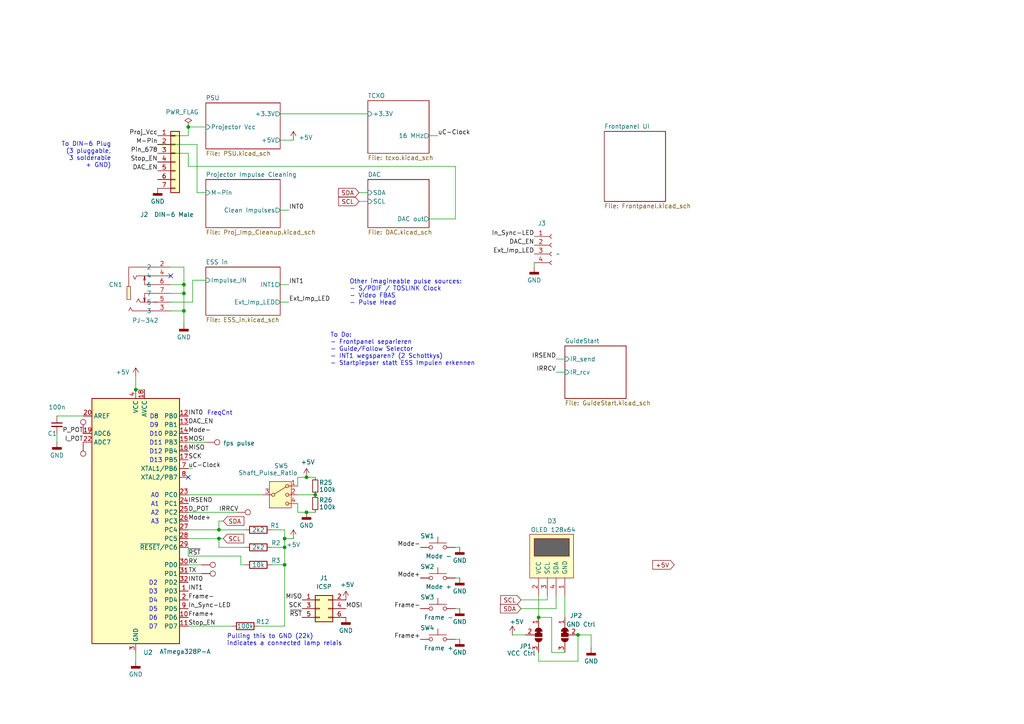
<source format=kicad_sch>
(kicad_sch (version 20231120) (generator "eeschema") (generator_version "8.0")
  (paper "A4")
  (lib_symbols
    (symbol "Connector:Conn_01x04_Socket" (pin_names (offset 1.016) hide)
      (property "Reference" "J" (at 0 5.08 0))
      (property "Value" "Conn_01x04_Socket" (at 0 -7.62 0))
      (symbol "Conn_01x04_Socket_1_1"
        (arc (start 0 -4.572) (mid -0.5058 -5.08) (end 0 -5.588) (stroke (width 0.1524)))
        (arc (start 0 -2.032) (mid -0.5058 -2.54) (end 0 -3.048) (stroke (width 0.1524)))
        (polyline (pts (xy -1.27 -5.08) (xy -0.508 -5.08)) (stroke (width 0.1524)))
        (polyline (pts (xy -1.27 -2.54) (xy -0.508 -2.54)) (stroke (width 0.1524)))
        (polyline (pts (xy -1.27 0) (xy -0.508 0)) (stroke (width 0.1524)))
        (polyline (pts (xy -1.27 2.54) (xy -0.508 2.54)) (stroke (width 0.1524)))
        (arc (start 0 0.508) (mid -0.5058 0) (end 0 -0.508) (stroke (width 0.1524)))
        (arc (start 0 3.048) (mid -0.5058 2.54) (end 0 2.032) (stroke (width 0.1524)))
        (pin passive line (at -5.08 2.54 0) (length 3.81) (name "Pin_1") (number "1"))
        (pin passive line (at -5.08 0 0) (length 3.81) (name "Pin_2") (number "2"))
        (pin passive line (at -5.08 -2.54 0) (length 3.81) (name "Pin_3") (number "3"))
        (pin passive line (at -5.08 -5.08 0) (length 3.81) (name "Pin_4") (number "4"))
      )
    )
    (symbol "Connector_Generic:Conn_01x07" (pin_names (offset 1.016) hide)
      (property "Reference" "J" (at 0 10.16 0))
      (property "Value" "Conn_01x07" (at 0 -10.16 0))
      (symbol "Conn_01x07_1_1"
        (rectangle (start -1.27 -7.493) (end 0 -7.747) (stroke (width 0.1524)))
        (rectangle (start -1.27 -4.953) (end 0 -5.207) (stroke (width 0.1524)))
        (rectangle (start -1.27 -2.413) (end 0 -2.667) (stroke (width 0.1524)))
        (rectangle (start -1.27 0.127) (end 0 -0.127) (stroke (width 0.1524)))
        (rectangle (start -1.27 2.667) (end 0 2.413) (stroke (width 0.1524)))
        (rectangle (start -1.27 5.207) (end 0 4.953) (stroke (width 0.1524)))
        (rectangle (start -1.27 7.747) (end 0 7.493) (stroke (width 0.1524)))
        (rectangle (start -1.27 8.89) (end 1.27 -8.89) (stroke (width 0.254)) (fill (type background)))
        (pin passive line (at -5.08 7.62 0) (length 3.81) (name "Pin_1") (number "1"))
        (pin passive line (at -5.08 5.08 0) (length 3.81) (name "Pin_2") (number "2"))
        (pin passive line (at -5.08 2.54 0) (length 3.81) (name "Pin_3") (number "3"))
        (pin passive line (at -5.08 0 0) (length 3.81) (name "Pin_4") (number "4"))
        (pin passive line (at -5.08 -2.54 0) (length 3.81) (name "Pin_5") (number "5"))
        (pin passive line (at -5.08 -5.08 0) (length 3.81) (name "Pin_6") (number "6"))
        (pin passive line (at -5.08 -7.62 0) (length 3.81) (name "Pin_7") (number "7"))
      )
    )
    (symbol "Connector_Generic:Conn_02x03_Odd_Even" (pin_names (offset 1.016) hide)
      (property "Reference" "J" (at 1.27 5.08 0))
      (property "Value" "Conn_02x03_Odd_Even" (at 1.27 -5.08 0))
      (symbol "Conn_02x03_Odd_Even_1_1"
        (rectangle (start -1.27 -2.413) (end 0 -2.667) (stroke (width 0.1524)))
        (rectangle (start -1.27 0.127) (end 0 -0.127) (stroke (width 0.1524)))
        (rectangle (start -1.27 2.667) (end 0 2.413) (stroke (width 0.1524)))
        (rectangle (start -1.27 3.81) (end 3.81 -3.81) (stroke (width 0.254)) (fill (type background)))
        (rectangle (start 3.81 -2.413) (end 2.54 -2.667) (stroke (width 0.1524)))
        (rectangle (start 3.81 0.127) (end 2.54 -0.127) (stroke (width 0.1524)))
        (rectangle (start 3.81 2.667) (end 2.54 2.413) (stroke (width 0.1524)))
        (pin passive line (at -5.08 2.54 0) (length 3.81) (name "Pin_1") (number "1"))
        (pin passive line (at 7.62 2.54 180) (length 3.81) (name "Pin_2") (number "2"))
        (pin passive line (at -5.08 0 0) (length 3.81) (name "Pin_3") (number "3"))
        (pin passive line (at 7.62 0 180) (length 3.81) (name "Pin_4") (number "4"))
        (pin passive line (at -5.08 -2.54 0) (length 3.81) (name "Pin_5") (number "5"))
        (pin passive line (at 7.62 -2.54 180) (length 3.81) (name "Pin_6") (number "6"))
      )
    )
    (symbol "Device:C_Small" (pin_numbers hide) (pin_names (offset 0.254) hide)
      (property "Reference" "C" (at 0.254 1.778 0))
      (property "Value" "C_Small" (at 0.254 -2.032 0))
      (symbol "C_Small_0_1"
        (polyline (pts (xy -1.524 -0.508) (xy 1.524 -0.508)) (stroke (width 0.3302)))
        (polyline (pts (xy -1.524 0.508) (xy 1.524 0.508)) (stroke (width 0.3048)))
      )
      (symbol "C_Small_1_1"
        (pin passive line (at 0 2.54 270) (length 2.032) (name "~") (number "1"))
        (pin passive line (at 0 -2.54 90) (length 2.032) (name "~") (number "2"))
      )
    )
    (symbol "Device:R" (pin_numbers hide) (pin_names (offset 0))
      (property "Reference" "R" (at 2.032 0 90))
      (property "Value" "R" (at 0 0 90))
      (symbol "R_0_1"
        (rectangle (start -1.016 -2.54) (end 1.016 2.54) (stroke (width 0.254)))
      )
      (symbol "R_1_1"
        (pin passive line (at 0 3.81 270) (length 1.27) (name "~") (number "1"))
        (pin passive line (at 0 -3.81 90) (length 1.27) (name "~") (number "2"))
      )
    )
    (symbol "Device:R_Small" (pin_numbers hide) (pin_names (offset 0.254) hide)
      (property "Reference" "R" (at 0.762 0.508 0))
      (property "Value" "R_Small" (at 0.762 -1.016 0))
      (symbol "R_Small_0_1"
        (rectangle (start -0.762 1.778) (end 0.762 -1.778) (stroke (width 0.2032)))
      )
      (symbol "R_Small_1_1"
        (pin passive line (at 0 2.54 270) (length 0.762) (name "~") (number "1"))
        (pin passive line (at 0 -2.54 90) (length 0.762) (name "~") (number "2"))
      )
    )
    (symbol "MCU_Microchip_ATmega:ATmega328P-A"
      (property "Reference" "U" (at -12.7 36.83 0))
      (property "Value" "ATmega328P-A" (at 2.54 -36.83 0))
      (symbol "ATmega328P-A_0_1"
        (rectangle (start -12.7 -35.56) (end 12.7 35.56) (stroke (width 0.254)) (fill (type background)))
      )
      (symbol "ATmega328P-A_1_1"
        (pin bidirectional line (at 15.24 -20.32 180) (length 2.54) (name "PD3") (number "1"))
        (pin bidirectional line (at 15.24 -27.94 180) (length 2.54) (name "PD6") (number "10"))
        (pin bidirectional line (at 15.24 -30.48 180) (length 2.54) (name "PD7") (number "11"))
        (pin bidirectional line (at 15.24 30.48 180) (length 2.54) (name "PB0") (number "12"))
        (pin bidirectional line (at 15.24 27.94 180) (length 2.54) (name "PB1") (number "13"))
        (pin bidirectional line (at 15.24 25.4 180) (length 2.54) (name "PB2") (number "14"))
        (pin bidirectional line (at 15.24 22.86 180) (length 2.54) (name "PB3") (number "15"))
        (pin bidirectional line (at 15.24 20.32 180) (length 2.54) (name "PB4") (number "16"))
        (pin bidirectional line (at 15.24 17.78 180) (length 2.54) (name "PB5") (number "17"))
        (pin power_in line (at 2.54 38.1 270) (length 2.54) (name "AVCC") (number "18"))
        (pin input line (at -15.24 25.4 0) (length 2.54) (name "ADC6") (number "19"))
        (pin bidirectional line (at 15.24 -22.86 180) (length 2.54) (name "PD4") (number "2"))
        (pin passive line (at -15.24 30.48 0) (length 2.54) (name "AREF") (number "20"))
        (pin passive line (at 0 -38.1 90) (length 2.54) hide (name "GND") (number "21"))
        (pin input line (at -15.24 22.86 0) (length 2.54) (name "ADC7") (number "22"))
        (pin bidirectional line (at 15.24 7.62 180) (length 2.54) (name "PC0") (number "23"))
        (pin bidirectional line (at 15.24 5.08 180) (length 2.54) (name "PC1") (number "24"))
        (pin bidirectional line (at 15.24 2.54 180) (length 2.54) (name "PC2") (number "25"))
        (pin bidirectional line (at 15.24 0 180) (length 2.54) (name "PC3") (number "26"))
        (pin bidirectional line (at 15.24 -2.54 180) (length 2.54) (name "PC4") (number "27"))
        (pin bidirectional line (at 15.24 -5.08 180) (length 2.54) (name "PC5") (number "28"))
        (pin bidirectional line (at 15.24 -7.62 180) (length 2.54) (name "~{RESET}/PC6") (number "29"))
        (pin power_in line (at 0 -38.1 90) (length 2.54) (name "GND") (number "3"))
        (pin bidirectional line (at 15.24 -12.7 180) (length 2.54) (name "PD0") (number "30"))
        (pin bidirectional line (at 15.24 -15.24 180) (length 2.54) (name "PD1") (number "31"))
        (pin bidirectional line (at 15.24 -17.78 180) (length 2.54) (name "PD2") (number "32"))
        (pin power_in line (at 0 38.1 270) (length 2.54) (name "VCC") (number "4"))
        (pin passive line (at 0 -38.1 90) (length 2.54) hide (name "GND") (number "5"))
        (pin passive line (at 0 38.1 270) (length 2.54) hide (name "VCC") (number "6"))
        (pin bidirectional line (at 15.24 15.24 180) (length 2.54) (name "XTAL1/PB6") (number "7"))
        (pin bidirectional line (at 15.24 12.7 180) (length 2.54) (name "XTAL2/PB7") (number "8"))
        (pin bidirectional line (at 15.24 -25.4 180) (length 2.54) (name "PD5") (number "9"))
      )
    )
    (symbol "Peacemans Teile:OLED-128-64-I2C-Display_Character" (pin_names (offset 1.016))
      (property "Reference" "D" (at 6.35 6.35 90))
      (property "Value" "OLED-128-64-I2C-Display_Character" (at 6.35 6.35 90))
      (symbol "OLED-128-64-I2C-Display_Character_1_1"
        (rectangle (start -7.62 1.27) (end 5.08 13.97) (fill (type background)))
        (rectangle (start -6.35 7.62) (end 3.81 12.7) (fill (type color) (color 101 101 101 1)))
        (pin power_in line (at 2.54 -3.81 90) (length 5.08) (name "GND") (number "1"))
        (pin power_in line (at -5.08 -3.81 90) (length 5.08) (name "VCC") (number "2"))
        (pin input line (at -2.54 -3.81 90) (length 5.08) (name "SCL") (number "3"))
        (pin input line (at 0 -3.81 90) (length 5.08) (name "SDA") (number "4"))
      )
    )
    (symbol "Peacemans Teile:TestPoint_named" (pin_numbers hide) (pin_names (offset 0.762) hide)
      (symbol "TestPoint_named_0_1"
        (circle (center 0 3.302) (radius 0.762))
      )
      (symbol "TestPoint_named_1_1"
        (pin passive line (at 0 0 90) (length 2.54) (name "1") (number "1"))
      )
    )
    (symbol "SolderJumper_3_Bridged12_1" (pin_names (offset 0) hide) (exclude_from_sim yes) (in_bom no)
      (property "Reference" "JP" (at -2.54 -2.54 0))
      (property "Value" "SolderJumper_3_Bridged12" (at 0 2.794 0))
      (symbol "SolderJumper_3_Bridged12_1_0_1"
        (rectangle (start -1.016 0.508) (end -0.508 -0.508) (fill (type outline)))
        (arc (start -1.016 1.016) (mid -2.0276 0) (end -1.016 -1.016))
        (arc (start -1.016 1.016) (mid -2.0276 0) (end -1.016 -1.016) (fill (type outline)))
        (rectangle (start -0.508 1.016) (end 0.508 -1.016) (fill (type outline)))
        (polyline (pts (xy -2.54 0) (xy -2.032 0)))
        (polyline (pts (xy -1.016 1.016) (xy -1.016 -1.016)))
        (polyline (pts (xy 0 -1.27) (xy 0 -1.016)))
        (polyline (pts (xy 1.016 1.016) (xy 1.016 -1.016)))
        (polyline (pts (xy 2.54 0) (xy 2.032 0)))
        (arc (start 1.016 -1.016) (mid 2.0276 0) (end 1.016 1.016))
        (arc (start 1.016 -1.016) (mid 2.0276 0) (end 1.016 1.016) (fill (type outline)))
      )
      (symbol "SolderJumper_3_Bridged12_1_1_1"
        (pin passive line (at -5.08 0 0) (length 2.54) (name "A") (number "1"))
        (pin passive line (at 0 -3.81 90) (length 2.54) (name "C") (number "2"))
        (pin passive line (at 5.08 0 180) (length 2.54) (name "B") (number "3"))
      )
    )
    (symbol "Switch:SW_Push" (pin_numbers hide) (pin_names (offset 1.016) hide)
      (property "Reference" "SW" (at 1.27 2.54 0))
      (property "Value" "SW_Push" (at 0 -1.524 0))
      (symbol "SW_Push_0_1"
        (circle (center -2.032 0) (radius 0.508))
        (polyline (pts (xy 0 1.27) (xy 0 3.048)))
        (polyline (pts (xy 2.54 1.27) (xy -2.54 1.27)))
        (circle (center 2.032 0) (radius 0.508))
        (pin passive line (at -5.08 0 0) (length 2.54) (name "1") (number "1"))
        (pin passive line (at 5.08 0 180) (length 2.54) (name "2") (number "2"))
      )
    )
    (symbol "Switch:SW_SP3T" (pin_names (offset 0) hide)
      (property "Reference" "SW" (at 0 5.08 0))
      (property "Value" "SW_SP3T" (at 0 -5.08 0))
      (symbol "SW_SP3T_0_1"
        (circle (center -2.032 0) (radius 0.4572))
        (polyline (pts (xy -1.651 0.254) (xy 1.651 2.286)))
        (circle (center 2.032 -2.54) (radius 0.4572))
        (circle (center 2.032 0) (radius 0.4572))
        (circle (center 2.032 2.54) (radius 0.4572))
      )
      (symbol "SW_SP3T_1_1"
        (rectangle (start -3.175 3.81) (end 3.175 -3.81) (fill (type background)))
        (pin passive line (at 5.08 2.54 180) (length 2.54) (name "1") (number "1"))
        (pin passive line (at 5.08 0 180) (length 2.54) (name "2") (number "2"))
        (pin passive line (at -5.08 0 0) (length 2.54) (name "3") (number "3"))
        (pin passive line (at 5.08 -2.54 180) (length 2.54) (name "4") (number "4"))
      )
    )
    (symbol "easyEDA:PJ-342"
      (property "Reference" "CN" (at 0 12.7 0))
      (property "Value" "PJ-342" (at 0 -10.16 0))
      (symbol "PJ-342_0_1"
        (rectangle (start -10.16 2.03) (end -9.14 -1.78) (fill (type background)))
        (polyline (pts (xy -5.08 -2.54) (xy -4.83 -1.27)))
        (polyline (pts (xy -5.08 5.08) (xy -5.33 3.81)))
        (polyline (pts (xy -2.54 7.62) (xy -9.65 7.62) (xy -9.65 2.03)))
        (polyline (pts (xy -2.54 -5.08) (xy -8.64 -5.08) (xy -9.14 -4.06) (xy -9.65 -5.08)))
        (polyline (pts (xy -2.54 0) (xy -5.08 0) (xy -5.08 -2.54) (xy -5.33 -1.27)))
        (polyline (pts (xy -2.54 2.54) (xy -5.08 2.54) (xy -5.08 5.08) (xy -4.83 3.81)))
        (polyline (pts (xy -2.54 5.08) (xy -7.37 5.08) (xy -7.87 4.06) (xy -8.38 5.08)))
        (polyline (pts (xy -1.27 -2.54) (xy -6.35 -2.54) (xy -6.86 -1.52) (xy -7.37 -2.54)))
        (pin unspecified line (at 2.54 7.62 180) (length 5.08) (name "2") (number "2"))
        (pin unspecified line (at 2.54 -5.08 180) (length 5.08) (name "3") (number "3"))
        (pin unspecified line (at 2.54 5.08 180) (length 5.08) (name "4") (number "4"))
        (pin unspecified line (at 2.54 -2.54 180) (length 5.08) (name "5") (number "5"))
        (pin unspecified line (at 2.54 2.54 180) (length 5.08) (name "6") (number "6"))
        (pin unspecified line (at 2.54 0 180) (length 5.08) (name "7") (number "7"))
      )
    )
    (symbol "power:+5V" (power) (pin_numbers hide) (pin_names (offset 0) hide)
      (property "Value" "+5V" (at 0 3.556 0))
      (symbol "+5V_0_1"
        (polyline (pts (xy -0.762 1.27) (xy 0 2.54)))
        (polyline (pts (xy 0 0) (xy 0 2.54)))
        (polyline (pts (xy 0 2.54) (xy 0.762 1.27)))
      )
      (symbol "+5V_1_1"
        (pin power_in line (at 0 0 90) (length 0) (name "~") (number "1"))
      )
    )
    (symbol "power:GNDD" (power) (pin_numbers hide) (pin_names (offset 0) hide)
      (property "Value" "GNDD" (at 0 -3.175 0))
      (symbol "GNDD_0_1"
        (rectangle (start -1.27 -1.524) (end 1.27 -2.032) (stroke (width 0.254)) (fill (type outline)))
        (polyline (pts (xy 0 0) (xy 0 -1.524)))
      )
      (symbol "GNDD_1_1"
        (pin power_in line (at 0 0 270) (length 0) (name "~") (number "1"))
      )
    )
    (symbol "power:PWR_FLAG" (power) (pin_numbers hide) (pin_names (offset 0) hide)
      (property "Value" "PWR_FLAG" (at 0 3.81 0))
      (symbol "PWR_FLAG_0_0"
        (pin power_out line (at 0 0 90) (length 0) (name "~") (number "1"))
      )
      (symbol "PWR_FLAG_0_1"
        (polyline (pts (xy 0 0) (xy 0 1.27) (xy -1.016 1.905) (xy 0 2.54) (xy 1.016 1.905) (xy 0 1.27)))
      )
    )
  )
  (junction (at 167.64 184.15))
  (junction (at 53.34 90.17))
  (junction (at 53.34 82.55))
  (junction (at 91.44 143.51))
  (junction (at 39.37 113.03))
  (junction (at 156.21 179.07))
  (junction (at 82.55 156.21))
  (junction (at 88.9 138.43))
  (junction (at 82.55 163.83))
  (junction (at 63.5 156.21))
  (junction (at 82.55 158.75))
  (junction (at 53.34 85.09))
  (junction (at 63.5 153.67))
  (junction (at 88.9 148.59))
  (junction (at 54.61 36.83))
  (no_connect (at 54.61 138.43))
  (no_connect (at 49.53 80.01))
  (wire (pts (xy 63.5 153.67) (xy 71.12 153.67)))
  (wire (pts (xy 59.69 36.83) (xy 54.61 36.83)))
  (wire (pts (xy 69.85 161.29) (xy 54.61 161.29)))
  (wire (pts (xy 133.35 167.64) (xy 132.08 167.64)))
  (wire (pts (xy 156.21 191.77) (xy 167.64 191.77)))
  (wire (pts (xy 54.61 148.59) (xy 68.58 148.59)))
  (wire (pts (xy 104.14 58.42) (xy 106.68 58.42)))
  (wire (pts (xy 91.44 148.59) (xy 88.9 148.59)))
  (wire (pts (xy 88.9 148.59) (xy 86.36 148.59)))
  (wire (pts (xy 39.37 189.23) (xy 39.37 191.77)))
  (wire (pts (xy 54.61 128.27) (xy 59.69 128.27)))
  (wire (pts (xy 161.29 176.53) (xy 161.29 172.72)))
  (wire (pts (xy 161.29 104.14) (xy 163.83 104.14)))
  (wire (pts (xy 133.35 185.42) (xy 132.08 185.42)))
  (wire (pts (xy 45.72 41.91) (xy 57.15 41.91)))
  (wire (pts (xy 104.14 55.88) (xy 106.68 55.88)))
  (wire (pts (xy 64.77 156.21) (xy 63.5 156.21)))
  (wire (pts (xy 163.83 189.23) (xy 160.02 189.23)))
  (wire (pts (xy 86.36 140.97) (xy 86.36 138.43)))
  (wire (pts (xy 54.61 135.89) (xy 55.88 135.89)))
  (wire (pts (xy 86.36 138.43) (xy 88.9 138.43)))
  (wire (pts (xy 57.15 41.91) (xy 57.15 55.88)))
  (wire (pts (xy 82.55 153.67) (xy 82.55 156.21)))
  (wire (pts (xy 54.61 44.45) (xy 54.61 48.26)))
  (wire (pts (xy 55.88 87.63) (xy 55.88 81.28)))
  (wire (pts (xy 54.61 156.21) (xy 63.5 156.21)))
  (wire (pts (xy 78.74 153.67) (xy 82.55 153.67)))
  (wire (pts (xy 160.02 189.23) (xy 160.02 179.07)))
  (wire (pts (xy 54.61 48.26) (xy 132.08 48.26)))
  (wire (pts (xy 54.61 39.37) (xy 45.72 39.37)))
  (wire (pts (xy 78.74 158.75) (xy 82.55 158.75)))
  (wire (pts (xy 54.61 153.67) (xy 63.5 153.67)))
  (wire (pts (xy 54.61 143.51) (xy 76.2 143.51)))
  (wire (pts (xy 63.5 151.13) (xy 64.77 151.13)))
  (wire (pts (xy 55.88 81.28) (xy 59.69 81.28)))
  (wire (pts (xy 54.61 36.83) (xy 54.61 39.37)))
  (wire (pts (xy 81.28 87.63) (xy 83.82 87.63)))
  (wire (pts (xy 167.64 191.77) (xy 167.64 184.15)))
  (wire (pts (xy 82.55 158.75) (xy 82.55 163.83)))
  (wire (pts (xy 63.5 158.75) (xy 63.5 156.21)))
  (wire (pts (xy 156.21 172.72) (xy 156.21 179.07)))
  (wire (pts (xy 69.85 163.83) (xy 69.85 161.29)))
  (wire (pts (xy 16.51 120.65) (xy 24.13 120.65)))
  (wire (pts (xy 86.36 143.51) (xy 91.44 143.51)))
  (wire (pts (xy 133.35 158.75) (xy 132.08 158.75)))
  (wire (pts (xy 39.37 113.03) (xy 39.37 109.22)))
  (wire (pts (xy 54.61 161.29) (xy 54.61 158.75)))
  (wire (pts (xy 124.46 63.5) (xy 132.08 63.5)))
  (wire (pts (xy 88.9 138.43) (xy 91.44 138.43)))
  (wire (pts (xy 81.28 82.55) (xy 83.82 82.55)))
  (wire (pts (xy 171.45 184.15) (xy 167.64 184.15)))
  (wire (pts (xy 53.34 77.47) (xy 53.34 82.55)))
  (wire (pts (xy 49.53 77.47) (xy 53.34 77.47)))
  (wire (pts (xy 163.83 179.07) (xy 163.83 172.72)))
  (wire (pts (xy 49.53 87.63) (xy 55.88 87.63)))
  (wire (pts (xy 124.46 39.37) (xy 127 39.37)))
  (wire (pts (xy 154.94 76.2) (xy 154.94 77.47)))
  (wire (pts (xy 81.28 40.64) (xy 85.09 40.64)))
  (wire (pts (xy 63.5 158.75) (xy 71.12 158.75)))
  (wire (pts (xy 54.61 181.61) (xy 67.31 181.61)))
  (wire (pts (xy 78.74 163.83) (xy 82.55 163.83)))
  (wire (pts (xy 49.53 85.09) (xy 53.34 85.09)))
  (wire (pts (xy 58.42 163.83) (xy 54.61 163.83)))
  (wire (pts (xy 171.45 184.15) (xy 171.45 187.96)))
  (wire (pts (xy 49.53 82.55) (xy 53.34 82.55)))
  (wire (pts (xy 151.13 176.53) (xy 161.29 176.53)))
  (wire (pts (xy 57.15 55.88) (xy 59.69 55.88)))
  (wire (pts (xy 53.34 82.55) (xy 53.34 85.09)))
  (wire (pts (xy 74.93 181.61) (xy 82.55 181.61)))
  (wire (pts (xy 82.55 156.21) (xy 82.55 158.75)))
  (wire (pts (xy 161.29 107.95) (xy 163.83 107.95)))
  (wire (pts (xy 53.34 85.09) (xy 53.34 90.17)))
  (wire (pts (xy 81.28 60.96) (xy 83.82 60.96)))
  (wire (pts (xy 132.08 48.26) (xy 132.08 63.5)))
  (wire (pts (xy 133.35 176.53) (xy 132.08 176.53)))
  (wire (pts (xy 63.5 151.13) (xy 63.5 153.67)))
  (wire (pts (xy 39.37 113.03) (xy 41.91 113.03)))
  (wire (pts (xy 86.36 148.59) (xy 86.36 146.05)))
  (wire (pts (xy 16.51 125.73) (xy 16.51 128.27)))
  (wire (pts (xy 156.21 189.23) (xy 156.21 191.77)))
  (wire (pts (xy 58.42 166.37) (xy 54.61 166.37)))
  (wire (pts (xy 148.59 184.15) (xy 152.4 184.15)))
  (wire (pts (xy 45.72 44.45) (xy 54.61 44.45)))
  (wire (pts (xy 81.28 33.02) (xy 106.68 33.02)))
  (wire (pts (xy 85.09 156.21) (xy 82.55 156.21)))
  (wire (pts (xy 151.13 173.99) (xy 158.75 173.99)))
  (wire (pts (xy 69.85 163.83) (xy 71.12 163.83)))
  (wire (pts (xy 160.02 179.07) (xy 156.21 179.07)))
  (wire (pts (xy 158.75 173.99) (xy 158.75 172.72)))
  (wire (pts (xy 53.34 90.17) (xy 53.34 93.98)))
  (wire (pts (xy 82.55 181.61) (xy 82.55 163.83)))
  (wire (pts (xy 49.53 90.17) (xy 53.34 90.17)))
  (text "D10" (at 45.212 125.984 0) (effects (font (size 1.27 1.27))))
  (text "D2" (at 44.45 169.164 0) (effects (font (size 1.27 1.27))))
  (text "D7" (at 44.45 181.864 0) (effects (font (size 1.27 1.27))))
  (text "D6" (at 44.45 179.324 0) (effects (font (size 1.27 1.27))))
  (text "Other imagineable pulse sources:\n- S/PDIF / TOSLINK Clock\n- Video FBAS\n- Pulse Head" (at 101.346 84.836 0) (effects (font (size 1.27 1.27)) (justify left)))
  (text "D13" (at 45.212 133.604 0) (effects (font (size 1.27 1.27))))
  (text "A0" (at 44.958 143.764 0) (effects (font (size 1.27 1.27))))
  (text "D4" (at 44.45 174.244 0) (effects (font (size 1.27 1.27))))
  (text "A1" (at 44.958 146.304 0) (effects (font (size 1.27 1.27))))
  (text "D3" (at 44.45 171.704 0) (effects (font (size 1.27 1.27))))
  (text "A3" (at 44.958 151.384 0) (effects (font (size 1.27 1.27))))
  (text "Pulling this to GND (22k)\nindicates a connected lamp relais" (at 65.786 185.674 0) (effects (font (size 1.27 1.27)) (justify left)))
  (text "To Do:\n- Frontpanel separieren\n- Guide/Follow Selector\n- INT1 wegsparen? (2 Schottkys)\n- Startpiepser statt ESS Impulen erkennen\n" (at 95.758 101.346 0) (effects (font (size 1.27 1.27)) (justify left)))
  (text "D11" (at 45.212 128.524 0) (effects (font (size 1.27 1.27))))
  (text "D8" (at 44.704 120.904 0) (effects (font (size 1.27 1.27))))
  (text "A2" (at 44.958 148.844 0) (effects (font (size 1.27 1.27))))
  (text "FreqCnt" (at 63.754 119.888 0) (effects (font (size 1.27 1.27))))
  (text "D12" (at 45.212 131.064 0) (effects (font (size 1.27 1.27))))
  (text "D5" (at 44.45 176.784 0) (effects (font (size 1.27 1.27))))
  (text "To DIN-6 Plug\n(3 pluggable,\n3 solderable\n+ GND)" (at 32.258 44.958 0) (effects (font (size 1.27 1.27)) (justify right)))
  (text "D9" (at 44.704 123.444 0) (effects (font (size 1.27 1.27))))
  (label "Pin_678" (at 45.72 44.45 180))
  (label "MISO" (at 54.61 130.81 0))
  (label "RX" (at 54.61 163.83 0))
  (label "Mode-" (at 121.92 158.75 180))
  (label "Frame+" (at 121.92 185.42 180))
  (label "Mode+" (at 121.92 167.64 180))
  (label "I_POT" (at 24.13 128.27 180))
  (label "DAC_EN" (at 45.72 49.53 180))
  (label "Stop_EN" (at 45.72 46.99 180))
  (label "SCK" (at 87.63 176.53 180))
  (label "INT1" (at 54.61 171.45 0))
  (label "Frame+" (at 54.61 179.07 0))
  (label "In_Sync-LED" (at 54.61 176.53 0))
  (label "In_Sync-LED" (at 154.94 68.58 180))
  (label "INT0" (at 54.61 168.91 0))
  (label "INT1" (at 83.82 82.55 0))
  (label "Proj_Vcc" (at 45.72 39.37 180))
  (label "uC-Clock" (at 127 39.37 0))
  (label "M-Pin" (at 45.72 41.91 180))
  (label "MOSI" (at 54.61 128.27 0))
  (label "Stop_EN" (at 54.61 181.61 0))
  (label "SCK" (at 54.61 133.35 0))
  (label "DAC_EN" (at 154.94 71.12 180))
  (label "Ext_Imp_LED" (at 154.94 73.66 180))
  (label "IRSEND" (at 161.29 104.14 180))
  (label "IRRCV" (at 63.5 148.59 0))
  (label "Ext_Imp_LED" (at 83.82 87.63 0))
  (label "Frame-" (at 54.61 173.99 0))
  (label "P_POT" (at 24.13 125.73 180))
  (label "~{RST}" (at 54.61 161.29 0))
  (label "IRSEND" (at 54.61 146.05 0))
  (label "D_POT" (at 54.61 148.59 0))
  (label "TX" (at 54.61 166.37 0))
  (label "MISO" (at 87.63 173.99 180))
  (label "INT0" (at 83.82 60.96 0))
  (label "Mode-" (at 54.61 125.73 0))
  (label "Frame-" (at 121.92 176.53 180))
  (label "~{RST}" (at 87.63 179.07 180))
  (label "uC-Clock" (at 54.61 135.89 0))
  (label "MOSI" (at 100.33 176.53 0))
  (label "IRRCV" (at 161.29 107.95 180))
  (label "INT0" (at 54.61 120.65 0))
  (label "Mode+" (at 54.61 151.13 0))
  (label "DAC_EN" (at 54.61 123.19 0))
  (global_label "SCL" (shape input) (at 104.14 58.42 180) (property "Intersheetrefs" "${INTERSHEET_REFS}" (effects (hide yes))))
  (global_label "SDA" (shape input) (at 104.14 55.88 180) (property "Intersheetrefs" "${INTERSHEET_REFS}" (effects (hide yes))))
  (global_label "SDA" (shape input) (at 151.13 176.53 180) (property "Intersheetrefs" "${INTERSHEET_REFS}" (effects (hide yes))))
  (global_label "SCL" (shape input) (at 64.77 156.21 0) (property "Intersheetrefs" "${INTERSHEET_REFS}" (effects (hide yes))))
  (global_label "SCL" (shape input) (at 151.13 173.99 180) (property "Intersheetrefs" "${INTERSHEET_REFS}" (effects (hide yes))))
  (global_label "SDA" (shape input) (at 64.77 151.13 0) (property "Intersheetrefs" "${INTERSHEET_REFS}" (effects (hide yes))))
  (global_label "+5V" (shape input) (at 195.58 163.83 180) (property "Intersheetrefs" "${INTERSHEET_REFS}" (effects (hide yes))))
  (symbol (lib_id "Switch:SW_Push") (at 127 158.75 0) (mirror y) (unit 1)
    (property "Reference" "SW1" (at 123.952 155.448 0))
    (property "Value" "Mode -" (at 127.254 161.29 0))
    (property "Footprint" "Button_Switch_SMD:SW_SPST_PTS647_Sx50" (effects (hide yes)))
    (property "Description" "Push button switch, generic, two pins" (effects (hide yes)))
  )
  (symbol (lib_id "Peacemans Teile:TestPoint_named") (at 58.42 166.37 270) (unit 1)
    (property "Reference" "TP5" (effects (hide yes)))
    (property "Value" "Tx" (effects (hide yes)))
    (property "Footprint" "TestPoint:TestPoint_Pad_D1.0mm" (effects (hide yes)))
    (property "Description" "test point" (effects (hide yes)))
  )
  (symbol (lib_name "SolderJumper_3_Bridged12_1") (lib_id "Jumper:SolderJumper_3_Bridged12") (at 163.83 184.15 90) (mirror x) (unit 1) (exclude_from_sim yes) (in_bom no)
    (property "Reference" "JP2" (at 168.91 178.562 90) (effects (justify left)))
    (property "Value" "GND Ctrl" (at 172.72 181.102 90) (effects (justify left)))
    (property "Footprint" "Jumper:SolderJumper-3_P1.3mm_Bridged2Bar12_RoundedPad1.0x1.5mm" (effects (hide yes)))
    (property "Description" "3-pole Solder Jumper, pins 1+2 closed/bridged" (effects (hide yes)))
  )
  (symbol (lib_id "Connector_Generic:Conn_02x03_Odd_Even") (at 92.71 176.53 0) (unit 1)
    (property "Reference" "J1" (at 93.98 167.64 0))
    (property "Value" "ICSP" (at 93.98 170.18 0))
    (property "Footprint" "Connector_PinHeader_2.54mm:PinHeader_2x03_P2.54mm_Vertical_displaced+" (effects (hide yes)))
    (property "Description" "Generic connector, double row, 02x03, odd/even pin numbering scheme (row 1 odd numbers, row 2 even numbers), script generated (kicad-library-utils/schlib/autogen/connector/)" (effects (hide yes)))
  )
  (symbol (lib_id "MCU_Microchip_ATmega:ATmega328P-A") (at 39.37 151.13 0) (unit 1)
    (property "Reference" "U2" (at 41.5641 189.23 0) (effects (justify left)))
    (property "Value" "ATmega328P-A" (at 46.228 188.976 0) (effects (justify left)))
    (property "Footprint" "Package_QFP:TQFP-32_7x7mm_P0.8mm" (effects (hide yes)))
    (property "Datasheet" "http://ww1.microchip.com/downloads/en/DeviceDoc/ATmega328_P%20AVR%20MCU%20with%20picoPower%20Technology%20Data%20Sheet%2040001984A.pdf" (effects (hide yes)))
    (property "Description" "20MHz, 32kB Flash, 2kB SRAM, 1kB EEPROM, TQFP-32" (effects (hide yes)))
  )
  (symbol (lib_id "Connector:Conn_01x04_Socket") (at 160.02 71.12 0) (unit 1)
    (property "Reference" "J3" (at 155.956 64.77 0) (effects (justify left)))
    (property "Value" "~" (at 161.29 73.66 0) (effects (justify left)))
    (property "Footprint" "easyEDA:HDR-SMD_HX-PM2.54-1X4P-TP-YQ" (effects (hide yes)))
    (property "Description" "Generic connector, single row, 01x04, script generated" (effects (hide yes)))
  )
  (symbol (lib_id "Device:R_Small") (at 91.44 140.97 180) (unit 1)
    (property "Reference" "R25" (at 94.488 139.954 0))
    (property "Value" "100k" (at 94.996 141.986 0))
    (property "Footprint" "Resistor_SMD:R_0603_1608Metric" (effects (hide yes)))
  )
  (symbol (lib_id "power:GNDD") (at 171.45 187.96 0) (unit 1)
    (property "Reference" "#PWR041" (effects (hide yes)))
    (property "Value" "GND" (at 171.45 191.77 0))
    (property "Description" "Power symbol creates a global label with name \"GNDD\" , digital ground" (effects (hide yes)))
  )
  (symbol (lib_id "Switch:SW_Push") (at 127 176.53 0) (mirror y) (unit 1)
    (property "Reference" "SW3" (at 123.952 173.228 0))
    (property "Value" "Frame -" (at 127.254 179.07 0))
    (property "Footprint" "Button_Switch_SMD:SW_SPST_PTS647_Sx50" (effects (hide yes)))
    (property "Description" "Push button switch, generic, two pins" (effects (hide yes)))
  )
  (symbol (lib_id "Switch:SW_Push") (at 127 185.42 0) (mirror y) (unit 1)
    (property "Reference" "SW4" (at 123.952 182.118 0))
    (property "Value" "Frame +" (at 127.254 187.96 0))
    (property "Footprint" "Button_Switch_SMD:SW_SPST_PTS647_Sx50" (effects (hide yes)))
    (property "Description" "Push button switch, generic, two pins" (effects (hide yes)))
  )
  (symbol (lib_id "power:+5V") (at 88.9 138.43 0) (unit 1)
    (property "Reference" "#PWR07" (effects (hide yes)))
    (property "Value" "+5V" (at 89.281 134.0358 0))
    (property "Description" "Power symbol creates a global label with name \"+5V\"" (effects (hide yes)))
  )
  (symbol (lib_id "power:+5V") (at 39.37 109.22 0) (unit 1)
    (property "Reference" "#PWR02" (effects (hide yes)))
    (property "Value" "+5V" (at 35.56 107.95 0))
    (property "Description" "Power symbol creates a global label with name \"+5V\"" (effects (hide yes)))
  )
  (symbol (lib_id "Device:R_Small") (at 91.44 146.05 180) (unit 1)
    (property "Reference" "R26" (at 94.488 145.034 0))
    (property "Value" "100k" (at 94.996 147.066 0))
    (property "Footprint" "Resistor_SMD:R_0603_1608Metric" (effects (hide yes)))
  )
  (symbol (lib_id "Device:C_Small") (at 16.51 123.19 0) (unit 1)
    (property "Reference" "C1" (at 16.51 125.73 0) (effects (justify right)))
    (property "Value" "100n" (at 19.05 118.11 0) (effects (justify right)))
    (property "Footprint" "Capacitor_SMD:C_0603_1608Metric" (effects (hide yes)))
  )
  (symbol (lib_id "Peacemans Teile:TestPoint_named") (at 68.58 148.59 270) (unit 1)
    (property "Reference" "TP3" (effects (hide yes)))
    (property "Value" "D" (effects (hide yes)))
    (property "Footprint" "TestPoint:TestPoint_Pad_D1.0mm" (effects (hide yes)))
    (property "Description" "test point" (effects (hide yes)))
  )
  (symbol (lib_id "power:GNDD") (at 100.33 179.07 0) (unit 1)
    (property "Reference" "#PWR011" (effects (hide yes)))
    (property "Value" "GND" (at 100.33 182.88 0))
    (property "Description" "Power symbol creates a global label with name \"GNDD\" , digital ground" (effects (hide yes)))
  )
  (symbol (lib_id "Peacemans Teile:TestPoint_named") (at 58.42 163.83 270) (unit 1)
    (property "Reference" "TP4" (effects (hide yes)))
    (property "Value" "Rx" (effects (hide yes)))
    (property "Footprint" "TestPoint:TestPoint_Pad_D1.0mm" (effects (hide yes)))
    (property "Description" "test point" (effects (hide yes)))
  )
  (symbol (lib_id "power:+5V") (at 85.09 156.21 0) (unit 1)
    (property "Reference" "#PWR08" (effects (hide yes)))
    (property "Value" "+5V" (at 85.09 157.988 0))
    (property "Description" "Power symbol creates a global label with name \"+5V\"" (effects (hide yes)))
  )
  (symbol (lib_id "Peacemans Teile:TestPoint_named") (at 24.13 128.27 180) (unit 1)
    (property "Reference" "TP2" (effects (hide yes)))
    (property "Value" "I" (effects (hide yes)))
    (property "Footprint" "TestPoint:TestPoint_Pad_D1.0mm" (effects (hide yes)))
    (property "Description" "test point" (effects (hide yes)))
  )
  (symbol (lib_id "power:GNDD") (at 133.35 167.64 0) (unit 1)
    (property "Reference" "#PWR020" (effects (hide yes)))
    (property "Value" "GND" (at 133.35 171.45 0))
    (property "Description" "Power symbol creates a global label with name \"GNDD\" , digital ground" (effects (hide yes)))
  )
  (symbol (lib_id "power:PWR_FLAG") (at 54.61 36.83 0) (unit 1)
    (property "Reference" "#FLG05" (effects (hide yes)))
    (property "Value" "PWR_FLAG" (at 52.832 32.512 0))
    (property "Description" "Special symbol for telling ERC where power comes from" (effects (hide yes)))
  )
  (symbol (lib_id "power:GNDD") (at 16.51 128.27 0) (unit 1)
    (property "Reference" "#PWR01" (effects (hide yes)))
    (property "Value" "GND" (at 16.51 132.08 0))
    (property "Description" "Power symbol creates a global label with name \"GNDD\" , digital ground" (effects (hide yes)))
  )
  (symbol (lib_id "Connector_Generic:Conn_01x07") (at 50.8 46.99 0) (unit 1)
    (property "Reference" "J2" (at 40.64 62.23 0) (effects (justify left)))
    (property "Value" "DIN-6 Male" (at 44.704 62.23 0) (effects (justify left)))
    (property "Description" "Generic connector, single row, 01x07, script generated (kicad-library-utils/schlib/autogen/connector/)" (effects (hide yes)))
  )
  (symbol (lib_id "Switch:SW_SP3T") (at 81.28 143.51 0) (unit 1)
    (property "Reference" "SW5" (at 81.534 135.128 0))
    (property "Value" "Shaft_Pulse_Ratio" (at 77.724 137.16 0))
    (property "Description" "Switch, three position, single pole triple throw, 3 position switch, SP3T" (effects (hide yes)))
  )
  (symbol (lib_id "Peacemans Teile:OLED-128-64-I2C-Display_Character") (at 161.29 168.91 0) (unit 1)
    (property "Reference" "D3" (at 158.75 151.13 0) (effects (justify left)))
    (property "Value" "OLED 128x64" (at 153.924 153.67 0) (effects (justify left)))
    (property "Footprint" "Peacemans Teile:OLED_128x63_i2c_0.96" (effects (hide yes)))
  )
  (symbol (lib_id "Switch:SW_Push") (at 127 167.64 0) (mirror y) (unit 1)
    (property "Reference" "SW2" (at 123.952 164.338 0))
    (property "Value" "Mode +" (at 127.254 170.18 0))
    (property "Footprint" "Button_Switch_SMD:SW_SPST_PTS647_Sx50" (effects (hide yes)))
    (property "Description" "Push button switch, generic, two pins" (effects (hide yes)))
  )
  (symbol (lib_id "power:GNDD") (at 133.35 158.75 0) (unit 1)
    (property "Reference" "#PWR016" (effects (hide yes)))
    (property "Value" "GND" (at 133.35 162.56 0))
    (property "Description" "Power symbol creates a global label with name \"GNDD\" , digital ground" (effects (hide yes)))
  )
  (symbol (lib_id "power:GNDD") (at 45.72 54.61 0) (unit 1)
    (property "Reference" "#PWR027" (effects (hide yes)))
    (property "Value" "GND" (at 45.72 58.42 0))
    (property "Description" "Power symbol creates a global label with name \"GNDD\" , digital ground" (effects (hide yes)))
  )
  (symbol (lib_id "Device:R") (at 74.93 158.75 270) (unit 1) (in_bom no)
    (property "Reference" "R2" (at 80.01 157.48 90))
    (property "Value" "2k2" (at 74.93 158.75 90))
    (property "Footprint" "Resistor_SMD:R_0603_1608Metric" (effects (hide yes)))
  )
  (symbol (lib_id "power:GNDD") (at 133.35 176.53 0) (unit 1)
    (property "Reference" "#PWR038" (effects (hide yes)))
    (property "Value" "GND" (at 133.35 180.34 0))
    (property "Description" "Power symbol creates a global label with name \"GNDD\" , digital ground" (effects (hide yes)))
  )
  (symbol (lib_id "Device:R") (at 74.93 153.67 90) (mirror x) (unit 1) (in_bom no)
    (property "Reference" "R1" (at 79.756 152.4 90))
    (property "Value" "2k2" (at 74.93 153.67 90))
    (property "Footprint" "Resistor_SMD:R_0603_1608Metric" (effects (hide yes)))
  )
  (symbol (lib_id "Peacemans Teile:TestPoint_named") (at 59.69 128.27 270) (unit 1)
    (property "Reference" "TP6" (effects (hide yes)))
    (property "Value" "fps pulse" (at 73.914 128.524 90) (effects (justify right)))
    (property "Footprint" "TestPoint:TestPoint_Pad_D1.0mm" (effects (hide yes)))
    (property "Description" "test point" (effects (hide yes)))
  )
  (symbol (lib_id "Device:R") (at 74.93 163.83 270) (unit 1)
    (property "Reference" "R3" (at 80.01 162.56 90))
    (property "Value" "10k" (at 74.93 163.83 90))
    (property "Footprint" "Resistor_SMD:R_0603_1608Metric" (effects (hide yes)))
  )
  (symbol (lib_id "power:GNDD") (at 154.94 77.47 0) (unit 1)
    (property "Reference" "#PWR036" (effects (hide yes)))
    (property "Value" "GND" (at 154.94 81.28 0))
    (property "Description" "Power symbol creates a global label with name \"GNDD\" , digital ground" (effects (hide yes)))
  )
  (symbol (lib_id "power:GNDD") (at 133.35 185.42 0) (unit 1)
    (property "Reference" "#PWR039" (effects (hide yes)))
    (property "Value" "GND" (at 133.35 189.23 0))
    (property "Description" "Power symbol creates a global label with name \"GNDD\" , digital ground" (effects (hide yes)))
  )
  (symbol (lib_id "easyEDA:PJ-342") (at 46.99 85.09 0) (unit 1)
    (property "Reference" "CN1" (at 35.56 82.5499 0) (effects (justify right)))
    (property "Value" "PJ-342" (at 45.974 92.964 0) (effects (justify right)))
    (property "Footprint" "easyEDA:AUDIO-SMD_PJ-342" (effects (hide yes)))
    (property "Datasheet" "https://lcsc.com/product-detail/Audio-Video-Connectors_SHOU-HAN-PJ-342_C668606.html" (effects (hide yes)))
    (property "LCSC Part" "C668606" (effects (hide yes)))
  )
  (symbol (lib_name "SolderJumper_3_Bridged12_1") (lib_id "Jumper:SolderJumper_3_Bridged12") (at 156.21 184.15 270) (unit 1) (exclude_from_sim yes) (in_bom no)
    (property "Reference" "JP1" (at 150.622 187.452 90) (effects (justify left)))
    (property "Value" "VCC Ctrl" (at 147.066 189.484 90) (effects (justify left)))
    (property "Footprint" "Jumper:SolderJumper-3_P1.3mm_Bridged2Bar12_RoundedPad1.0x1.5mm" (effects (hide yes)))
    (property "Description" "3-pole Solder Jumper, pins 1+2 closed/bridged" (effects (hide yes)))
  )
  (symbol (lib_id "power:+5V") (at 85.09 40.64 0) (unit 1)
    (property "Reference" "#PWR047" (effects (hide yes)))
    (property "Value" "+5V" (at 88.646 39.878 0))
    (property "Description" "Power symbol creates a global label with name \"+5V\"" (effects (hide yes)))
  )
  (symbol (lib_id "power:GNDD") (at 88.9 148.59 0) (unit 1)
    (property "Reference" "#PWR043" (effects (hide yes)))
    (property "Value" "GND" (at 88.9 152.4 0))
    (property "Description" "Power symbol creates a global label with name \"GNDD\" , digital ground" (effects (hide yes)))
  )
  (symbol (lib_id "Peacemans Teile:TestPoint_named") (at 24.13 125.73 0) (unit 1)
    (property "Reference" "TP1" (effects (hide yes)))
    (property "Value" "P" (effects (hide yes)))
    (property "Footprint" "TestPoint:TestPoint_Pad_D1.0mm" (effects (hide yes)))
    (property "Description" "test point" (effects (hide yes)))
  )
  (symbol (lib_id "power:GNDD") (at 53.34 93.98 0) (unit 1)
    (property "Reference" "#PWR013" (effects (hide yes)))
    (property "Value" "GND" (at 53.34 97.79 0))
    (property "Description" "Power symbol creates a global label with name \"GNDD\" , digital ground" (effects (hide yes)))
  )
  (symbol (lib_id "power:+5V") (at 100.33 173.99 0) (unit 1)
    (property "Reference" "#PWR010" (effects (hide yes)))
    (property "Value" "+5V" (at 100.711 169.5958 0))
    (property "Description" "Power symbol creates a global label with name \"+5V\"" (effects (hide yes)))
  )
  (symbol (lib_id "power:+5V") (at 148.59 184.15 0) (unit 1)
    (property "Reference" "#PWR040" (effects (hide yes)))
    (property "Value" "+5V" (at 149.86 180.34 0))
    (property "Description" "Power symbol creates a global label with name \"+5V\"" (effects (hide yes)))
  )
  (symbol (lib_id "power:GNDD") (at 39.37 191.77 0) (unit 1)
    (property "Reference" "#PWR03" (effects (hide yes)))
    (property "Value" "GND" (at 39.37 195.58 0))
    (property "Description" "Power symbol creates a global label with name \"GNDD\" , digital ground" (effects (hide yes)))
  )
  (symbol (lib_id "Device:R") (at 71.12 181.61 270) (unit 1)
    (property "Reference" "R12" (at 76.2 180.34 90))
    (property "Value" "100k" (at 71.12 181.61 90))
    (property "Footprint" "Resistor_SMD:R_0603_1608Metric" (effects (hide yes)))
  )
  (sheet (at 175.26 38.1) (size 17.78 20.32) (stroke (width 0.1524))
    (property "Sheetname" "Frontpanel UI" (at 175.26 37.3884 0) (effects (justify left bottom)))
    (property "Sheetfile" "Frontpanel.kicad_sch" (at 175.26 59.0046 0) (effects (justify left top)))
  )
  (sheet (at 59.69 52.07) (size 21.59 13.97) (stroke (width 0.1524))
    (property "Sheetname" "Projector Impulse Cleaning" (at 59.69 51.3584 0) (effects (justify left bottom)))
    (property "Sheetfile" "Proj_Imp_Cleanup.kicad_sch" (at 59.69 66.6246 0) (effects (justify left top)))
    (pin "Clean Impulses" output (at 81.28 60.96 0))
    (pin "M-Pin" input (at 59.69 55.88 180))
  )
  (sheet (at 163.83 100.33) (size 17.78 15.24) (stroke (width 0.1524))
    (property "Sheetname" "GuideStart" (at 163.83 99.6184 0) (effects (justify left bottom)))
    (property "Sheetfile" "GuideStart.kicad_sch" (at 163.83 116.1546 0) (effects (justify left top)))
    (pin "IR_send" input (at 163.83 104.14 180))
    (pin "IR_rcv" input (at 163.83 107.95 180))
  )
  (sheet (at 59.69 77.47) (size 21.59 13.97) (stroke (width 0.1524))
    (property "Sheetname" "ESS in" (at 59.69 76.7584 0) (effects (justify left bottom)))
    (property "Sheetfile" "ESS_in.kicad_sch" (at 59.69 92.0246 0) (effects (justify left top)))
    (pin "Impulse_IN" input (at 59.69 81.28 180))
    (pin "Ext_Imp_LED" output (at 81.28 87.63 0))
    (pin "INT1" output (at 81.28 82.55 0))
  )
  (sheet (at 106.68 52.07) (size 17.78 13.97) (stroke (width 0.1524))
    (property "Sheetname" "DAC" (at 106.68 51.3584 0) (effects (justify left bottom)))
    (property "Sheetfile" "DAC.kicad_sch" (at 106.68 66.6246 0) (effects (justify left top)))
    (pin "SDA" input (at 106.68 55.88 180))
    (pin "SCL" input (at 106.68 58.42 180))
    (pin "DAC out" output (at 124.46 63.5 0))
  )
  (sheet (at 106.68 29.21) (size 17.78 15.24) (stroke (width 0.1524))
    (property "Sheetname" "TCXO" (at 106.68 28.4984 0) (effects (justify left bottom)))
    (property "Sheetfile" "tcxo.kicad_sch" (at 106.68 45.0346 0) (effects (justify left top)))
    (pin "+3.3V" input (at 106.68 33.02 180))
    (pin "16 MHz" output (at 124.46 39.37 0))
  )
  (sheet (at 59.69 29.845) (size 21.59 13.335) (stroke (width 0.1524))
    (property "Sheetname" "PSU" (at 59.69 29.1334 0) (effects (justify left bottom)))
    (property "Sheetfile" "PSU.kicad_sch" (at 59.69 43.7646 0) (effects (justify left top)))
    (pin "Projector Vcc" input (at 59.69 36.83 180))
    (pin "+3.3V" output (at 81.28 33.02 0))
    (pin "+5V" output (at 81.28 40.64 0))
  )
)
</source>
